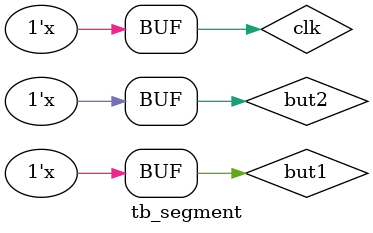
<source format=sv>
`timescale 1ns / 1ps

module tb_segment();

    logic clk; 
    logic but1; 
    logic but2; 
    logic [7:0] cathode;
    logic [3:0] anode;
    
    always #5 clk = ~clk;
    
    always #100 but1 = ~but1;
    
    always #240 but2 = ~but2;
    
    initial begin
        clk = 0;
        but1 = 0;
        but2 = 0;
        end

        top UUT (
            .clk(clk),
            .but1(but1),
            .but2(but2),
            .cathode(cathode),
            .anode(anode)
        );
        
        
    
    
    
endmodule

</source>
